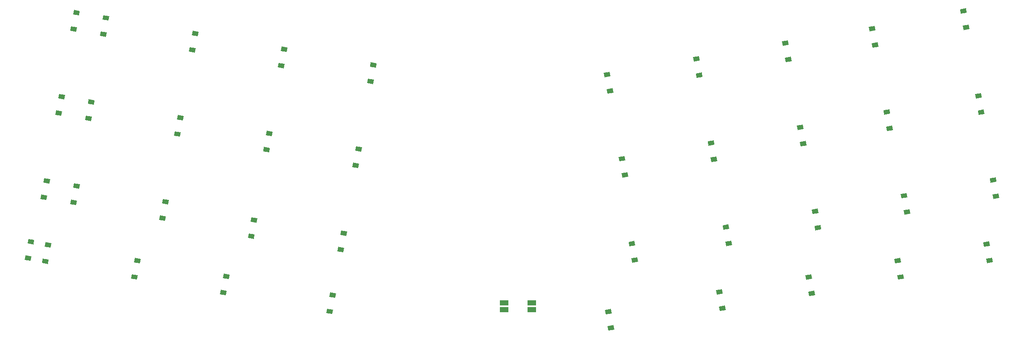
<source format=gbr>
%TF.GenerationSoftware,KiCad,Pcbnew,(5.1.10-1-10_14)*%
%TF.CreationDate,2021-09-19T11:37:43+09:00*%
%TF.ProjectId,Vpico,56706963-6f2e-46b6-9963-61645f706362,rev?*%
%TF.SameCoordinates,Original*%
%TF.FileFunction,Paste,Bot*%
%TF.FilePolarity,Positive*%
%FSLAX46Y46*%
G04 Gerber Fmt 4.6, Leading zero omitted, Abs format (unit mm)*
G04 Created by KiCad (PCBNEW (5.1.10-1-10_14)) date 2021-09-19 11:37:43*
%MOMM*%
%LPD*%
G01*
G04 APERTURE LIST*
%ADD10R,1.700000X1.000000*%
%ADD11C,0.100000*%
G04 APERTURE END LIST*
D10*
%TO.C,LED1*%
X186850000Y-138600000D03*
X186850000Y-140000000D03*
X181350000Y-138600000D03*
X181350000Y-140000000D03*
%TD*%
D11*
%TO.C,D30*%
G36*
X279339094Y-114513172D02*
G01*
X278157325Y-114721549D01*
X278001042Y-113835222D01*
X279182811Y-113626845D01*
X279339094Y-114513172D01*
G37*
G36*
X279912132Y-117763038D02*
G01*
X278730363Y-117971415D01*
X278574080Y-117085088D01*
X279755849Y-116876711D01*
X279912132Y-117763038D01*
G37*
%TD*%
%TO.C,D24*%
G36*
X132102584Y-122680824D02*
G01*
X130920815Y-122472447D01*
X131077098Y-121586120D01*
X132258867Y-121794497D01*
X132102584Y-122680824D01*
G37*
G36*
X131529546Y-125930690D02*
G01*
X130347777Y-125722313D01*
X130504060Y-124835986D01*
X131685829Y-125044363D01*
X131529546Y-125930690D01*
G37*
%TD*%
%TO.C,D26*%
G36*
X207448128Y-127189489D02*
G01*
X206266359Y-127397866D01*
X206110076Y-126511539D01*
X207291845Y-126303162D01*
X207448128Y-127189489D01*
G37*
G36*
X208021166Y-130439355D02*
G01*
X206839397Y-130647732D01*
X206683114Y-129761405D01*
X207864883Y-129553028D01*
X208021166Y-130439355D01*
G37*
%TD*%
%TO.C,D34*%
G36*
X126571979Y-133890748D02*
G01*
X125390210Y-133682371D01*
X125546493Y-132796044D01*
X126728262Y-133004421D01*
X126571979Y-133890748D01*
G37*
G36*
X125998941Y-137140614D02*
G01*
X124817172Y-136932237D01*
X124973455Y-136045910D01*
X126155224Y-136254287D01*
X125998941Y-137140614D01*
G37*
%TD*%
%TO.C,D40*%
G36*
X278036822Y-127283316D02*
G01*
X276855053Y-127491693D01*
X276698770Y-126605366D01*
X277880539Y-126396989D01*
X278036822Y-127283316D01*
G37*
G36*
X278609860Y-130533182D02*
G01*
X277428091Y-130741559D01*
X277271808Y-129855232D01*
X278453577Y-129646855D01*
X278609860Y-130533182D01*
G37*
%TD*%
%TO.C,D39*%
G36*
X260336330Y-130556704D02*
G01*
X259154561Y-130765081D01*
X258998278Y-129878754D01*
X260180047Y-129670377D01*
X260336330Y-130556704D01*
G37*
G36*
X260909368Y-133806570D02*
G01*
X259727599Y-134014947D01*
X259571316Y-133128620D01*
X260753085Y-132920243D01*
X260909368Y-133806570D01*
G37*
%TD*%
%TO.C,D38*%
G36*
X242635837Y-133830093D02*
G01*
X241454068Y-134038470D01*
X241297785Y-133152143D01*
X242479554Y-132943766D01*
X242635837Y-133830093D01*
G37*
G36*
X243208875Y-137079959D02*
G01*
X242027106Y-137288336D01*
X241870823Y-136402009D01*
X243052592Y-136193632D01*
X243208875Y-137079959D01*
G37*
%TD*%
%TO.C,D37*%
G36*
X224883251Y-136808039D02*
G01*
X223701482Y-137016416D01*
X223545199Y-136130089D01*
X224726968Y-135921712D01*
X224883251Y-136808039D01*
G37*
G36*
X225456289Y-140057905D02*
G01*
X224274520Y-140266282D01*
X224118237Y-139379955D01*
X225300006Y-139171578D01*
X225456289Y-140057905D01*
G37*
%TD*%
%TO.C,D36*%
G36*
X202725076Y-140715123D02*
G01*
X201543307Y-140923500D01*
X201387024Y-140037173D01*
X202568793Y-139828796D01*
X202725076Y-140715123D01*
G37*
G36*
X203298114Y-143964989D02*
G01*
X202116345Y-144173366D01*
X201960062Y-143287039D01*
X203141831Y-143078662D01*
X203298114Y-143964989D01*
G37*
%TD*%
%TO.C,D35*%
G36*
X147745345Y-137624184D02*
G01*
X146563576Y-137415807D01*
X146719859Y-136529480D01*
X147901628Y-136737857D01*
X147745345Y-137624184D01*
G37*
G36*
X147172307Y-140874050D02*
G01*
X145990538Y-140665673D01*
X146146821Y-139779346D01*
X147328590Y-139987723D01*
X147172307Y-140874050D01*
G37*
%TD*%
%TO.C,D33*%
G36*
X108845439Y-130765081D02*
G01*
X107663670Y-130556704D01*
X107819953Y-129670377D01*
X109001722Y-129878754D01*
X108845439Y-130765081D01*
G37*
G36*
X108272401Y-134014947D02*
G01*
X107090632Y-133806570D01*
X107246915Y-132920243D01*
X108428684Y-133128620D01*
X108272401Y-134014947D01*
G37*
%TD*%
%TO.C,D32*%
G36*
X91118900Y-127639414D02*
G01*
X89937131Y-127431037D01*
X90093414Y-126544710D01*
X91275183Y-126753087D01*
X91118900Y-127639414D01*
G37*
G36*
X90545862Y-130889280D02*
G01*
X89364093Y-130680903D01*
X89520376Y-129794576D01*
X90702145Y-130002953D01*
X90545862Y-130889280D01*
G37*
%TD*%
%TO.C,D31*%
G36*
X87672073Y-127031645D02*
G01*
X86490304Y-126823268D01*
X86646587Y-125936941D01*
X87828356Y-126145318D01*
X87672073Y-127031645D01*
G37*
G36*
X87099035Y-130281511D02*
G01*
X85917266Y-130073134D01*
X86073549Y-129186807D01*
X87255318Y-129395184D01*
X87099035Y-130281511D01*
G37*
%TD*%
%TO.C,D29*%
G36*
X261612555Y-117638839D02*
G01*
X260430786Y-117847216D01*
X260274503Y-116960889D01*
X261456272Y-116752512D01*
X261612555Y-117638839D01*
G37*
G36*
X262185593Y-120888705D02*
G01*
X261003824Y-121097082D01*
X260847541Y-120210755D01*
X262029310Y-120002378D01*
X262185593Y-120888705D01*
G37*
%TD*%
%TO.C,D28*%
G36*
X243886015Y-120764506D02*
G01*
X242704246Y-120972883D01*
X242547963Y-120086556D01*
X243729732Y-119878179D01*
X243886015Y-120764506D01*
G37*
G36*
X244459053Y-124014372D02*
G01*
X243277284Y-124222749D01*
X243121001Y-123336422D01*
X244302770Y-123128045D01*
X244459053Y-124014372D01*
G37*
%TD*%
%TO.C,D27*%
G36*
X226159476Y-123890173D02*
G01*
X224977707Y-124098550D01*
X224821424Y-123212223D01*
X226003193Y-123003846D01*
X226159476Y-123890173D01*
G37*
G36*
X226732514Y-127140039D02*
G01*
X225550745Y-127348416D01*
X225394462Y-126462089D01*
X226576231Y-126253712D01*
X226732514Y-127140039D01*
G37*
%TD*%
%TO.C,D25*%
G36*
X149915948Y-125314087D02*
G01*
X148734179Y-125105710D01*
X148890462Y-124219383D01*
X150072231Y-124427760D01*
X149915948Y-125314087D01*
G37*
G36*
X149342910Y-128563953D02*
G01*
X148161141Y-128355576D01*
X148317424Y-127469249D01*
X149499193Y-127677626D01*
X149342910Y-128563953D01*
G37*
%TD*%
%TO.C,D23*%
G36*
X114462869Y-119062753D02*
G01*
X113281100Y-118854376D01*
X113437383Y-117968049D01*
X114619152Y-118176426D01*
X114462869Y-119062753D01*
G37*
G36*
X113889831Y-122312619D02*
G01*
X112708062Y-122104242D01*
X112864345Y-121217915D01*
X114046114Y-121426292D01*
X113889831Y-122312619D01*
G37*
%TD*%
%TO.C,D22*%
G36*
X96736329Y-115937086D02*
G01*
X95554560Y-115728709D01*
X95710843Y-114842382D01*
X96892612Y-115050759D01*
X96736329Y-115937086D01*
G37*
G36*
X96163291Y-119186952D02*
G01*
X94981522Y-118978575D01*
X95137805Y-118092248D01*
X96319574Y-118300625D01*
X96163291Y-119186952D01*
G37*
%TD*%
%TO.C,D21*%
G36*
X90827483Y-114895197D02*
G01*
X89645714Y-114686820D01*
X89801997Y-113800493D01*
X90983766Y-114008870D01*
X90827483Y-114895197D01*
G37*
G36*
X90254445Y-118145063D02*
G01*
X89072676Y-117936686D01*
X89228959Y-117050359D01*
X90410728Y-117258736D01*
X90254445Y-118145063D01*
G37*
%TD*%
%TO.C,D20*%
G36*
X276387075Y-97771440D02*
G01*
X275205306Y-97979817D01*
X275049023Y-97093490D01*
X276230792Y-96885113D01*
X276387075Y-97771440D01*
G37*
G36*
X276960113Y-101021306D02*
G01*
X275778344Y-101229683D01*
X275622061Y-100343356D01*
X276803830Y-100134979D01*
X276960113Y-101021306D01*
G37*
%TD*%
%TO.C,D19*%
G36*
X258168132Y-100983931D02*
G01*
X256986363Y-101192308D01*
X256830080Y-100305981D01*
X258011849Y-100097604D01*
X258168132Y-100983931D01*
G37*
G36*
X258741170Y-104233797D02*
G01*
X257559401Y-104442174D01*
X257403118Y-103555847D01*
X258584887Y-103347470D01*
X258741170Y-104233797D01*
G37*
%TD*%
%TO.C,D18*%
G36*
X240933996Y-104022774D02*
G01*
X239752227Y-104231151D01*
X239595944Y-103344824D01*
X240777713Y-103136447D01*
X240933996Y-104022774D01*
G37*
G36*
X241507034Y-107272640D02*
G01*
X240325265Y-107481017D01*
X240168982Y-106594690D01*
X241350751Y-106386313D01*
X241507034Y-107272640D01*
G37*
%TD*%
%TO.C,D17*%
G36*
X223207457Y-107148441D02*
G01*
X222025688Y-107356818D01*
X221869405Y-106470491D01*
X223051174Y-106262114D01*
X223207457Y-107148441D01*
G37*
G36*
X223780495Y-110398307D02*
G01*
X222598726Y-110606684D01*
X222442443Y-109720357D01*
X223624212Y-109511980D01*
X223780495Y-110398307D01*
G37*
%TD*%
%TO.C,D16*%
G36*
X205480917Y-110274109D02*
G01*
X204299148Y-110482486D01*
X204142865Y-109596159D01*
X205324634Y-109387782D01*
X205480917Y-110274109D01*
G37*
G36*
X206053955Y-113523975D02*
G01*
X204872186Y-113732352D01*
X204715903Y-112846025D01*
X205897672Y-112637648D01*
X206053955Y-113523975D01*
G37*
%TD*%
%TO.C,D15*%
G36*
X152867967Y-108572356D02*
G01*
X151686198Y-108363979D01*
X151842481Y-107477652D01*
X153024250Y-107686029D01*
X152867967Y-108572356D01*
G37*
G36*
X152294929Y-111822222D02*
G01*
X151113160Y-111613845D01*
X151269443Y-110727518D01*
X152451212Y-110935895D01*
X152294929Y-111822222D01*
G37*
%TD*%
%TO.C,D14*%
G36*
X135141427Y-105446688D02*
G01*
X133959658Y-105238311D01*
X134115941Y-104351984D01*
X135297710Y-104560361D01*
X135141427Y-105446688D01*
G37*
G36*
X134568389Y-108696554D02*
G01*
X133386620Y-108488177D01*
X133542903Y-107601850D01*
X134724672Y-107810227D01*
X134568389Y-108696554D01*
G37*
%TD*%
%TO.C,D13*%
G36*
X117414888Y-102321021D02*
G01*
X116233119Y-102112644D01*
X116389402Y-101226317D01*
X117571171Y-101434694D01*
X117414888Y-102321021D01*
G37*
G36*
X116841850Y-105570887D02*
G01*
X115660081Y-105362510D01*
X115816364Y-104476183D01*
X116998133Y-104684560D01*
X116841850Y-105570887D01*
G37*
%TD*%
%TO.C,D12*%
G36*
X99688348Y-99195354D02*
G01*
X98506579Y-98986977D01*
X98662862Y-98100650D01*
X99844631Y-98309027D01*
X99688348Y-99195354D01*
G37*
G36*
X99115310Y-102445220D02*
G01*
X97933541Y-102236843D01*
X98089824Y-101350516D01*
X99271593Y-101558893D01*
X99115310Y-102445220D01*
G37*
%TD*%
%TO.C,D11*%
G36*
X93779502Y-98153465D02*
G01*
X92597733Y-97945088D01*
X92754016Y-97058761D01*
X93935785Y-97267138D01*
X93779502Y-98153465D01*
G37*
G36*
X93206464Y-101403331D02*
G01*
X92024695Y-101194954D01*
X92180978Y-100308627D01*
X93362747Y-100517004D01*
X93206464Y-101403331D01*
G37*
%TD*%
%TO.C,D10*%
G36*
X273409009Y-80881987D02*
G01*
X272227240Y-81090364D01*
X272070957Y-80204037D01*
X273252726Y-79995660D01*
X273409009Y-80881987D01*
G37*
G36*
X273982047Y-84131853D02*
G01*
X272800278Y-84340230D01*
X272643995Y-83453903D01*
X273825764Y-83245526D01*
X273982047Y-84131853D01*
G37*
%TD*%
%TO.C,D9*%
G36*
X255242160Y-84389920D02*
G01*
X254060391Y-84598297D01*
X253904108Y-83711970D01*
X255085877Y-83503593D01*
X255242160Y-84389920D01*
G37*
G36*
X255815198Y-87639786D02*
G01*
X254633429Y-87848163D01*
X254477146Y-86961836D01*
X255658915Y-86753459D01*
X255815198Y-87639786D01*
G37*
%TD*%
%TO.C,D8*%
G36*
X237981977Y-87281042D02*
G01*
X236800208Y-87489419D01*
X236643925Y-86603092D01*
X237825694Y-86394715D01*
X237981977Y-87281042D01*
G37*
G36*
X238555015Y-90530908D02*
G01*
X237373246Y-90739285D01*
X237216963Y-89852958D01*
X238398732Y-89644581D01*
X238555015Y-90530908D01*
G37*
%TD*%
%TO.C,D7*%
G36*
X220255438Y-90406710D02*
G01*
X219073669Y-90615087D01*
X218917386Y-89728760D01*
X220099155Y-89520383D01*
X220255438Y-90406710D01*
G37*
G36*
X220828476Y-93656576D02*
G01*
X219646707Y-93864953D01*
X219490424Y-92978626D01*
X220672193Y-92770249D01*
X220828476Y-93656576D01*
G37*
%TD*%
%TO.C,D6*%
G36*
X202528898Y-93532377D02*
G01*
X201347129Y-93740754D01*
X201190846Y-92854427D01*
X202372615Y-92646050D01*
X202528898Y-93532377D01*
G37*
G36*
X203101936Y-96782243D02*
G01*
X201920167Y-96990620D01*
X201763884Y-96104293D01*
X202945653Y-95895916D01*
X203101936Y-96782243D01*
G37*
%TD*%
%TO.C,D5*%
G36*
X155819986Y-91830624D02*
G01*
X154638217Y-91622247D01*
X154794500Y-90735920D01*
X155976269Y-90944297D01*
X155819986Y-91830624D01*
G37*
G36*
X155246948Y-95080490D02*
G01*
X154065179Y-94872113D01*
X154221462Y-93985786D01*
X155403231Y-94194163D01*
X155246948Y-95080490D01*
G37*
%TD*%
%TO.C,D4*%
G36*
X138093446Y-88704957D02*
G01*
X136911677Y-88496580D01*
X137067960Y-87610253D01*
X138249729Y-87818630D01*
X138093446Y-88704957D01*
G37*
G36*
X137520408Y-91954823D02*
G01*
X136338639Y-91746446D01*
X136494922Y-90860119D01*
X137676691Y-91068496D01*
X137520408Y-91954823D01*
G37*
%TD*%
%TO.C,D3*%
G36*
X120366907Y-85579289D02*
G01*
X119185138Y-85370912D01*
X119341421Y-84484585D01*
X120523190Y-84692962D01*
X120366907Y-85579289D01*
G37*
G36*
X119793869Y-88829155D02*
G01*
X118612100Y-88620778D01*
X118768383Y-87734451D01*
X119950152Y-87942828D01*
X119793869Y-88829155D01*
G37*
%TD*%
%TO.C,D2*%
G36*
X102640367Y-82453622D02*
G01*
X101458598Y-82245245D01*
X101614881Y-81358918D01*
X102796650Y-81567295D01*
X102640367Y-82453622D01*
G37*
G36*
X102067329Y-85703488D02*
G01*
X100885560Y-85495111D01*
X101041843Y-84608784D01*
X102223612Y-84817161D01*
X102067329Y-85703488D01*
G37*
%TD*%
%TO.C,D1*%
G36*
X96731521Y-81411733D02*
G01*
X95549752Y-81203356D01*
X95706035Y-80317029D01*
X96887804Y-80525406D01*
X96731521Y-81411733D01*
G37*
G36*
X96158483Y-84661599D02*
G01*
X94976714Y-84453222D01*
X95132997Y-83566895D01*
X96314766Y-83775272D01*
X96158483Y-84661599D01*
G37*
%TD*%
M02*

</source>
